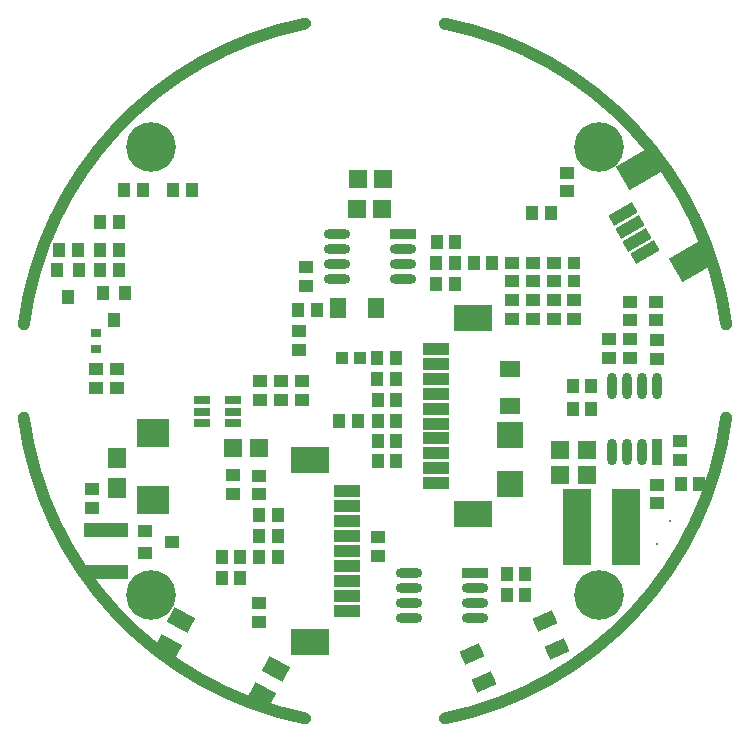
<source format=gbs>
%FSLAX44Y44*%
%MOMM*%
G71*
G01*
G75*
G04 Layer_Color=16711935*
%ADD10R,1.3500X0.3000*%
%ADD11R,1.3500X0.2500*%
%ADD12R,0.5000X1.7000*%
G04:AMPARAMS|DCode=13|XSize=0.32mm|YSize=1.7mm|CornerRadius=0.08mm|HoleSize=0mm|Usage=FLASHONLY|Rotation=0.000|XOffset=0mm|YOffset=0mm|HoleType=Round|Shape=RoundedRectangle|*
%AMROUNDEDRECTD13*
21,1,0.3200,1.5400,0,0,0.0*
21,1,0.1600,1.7000,0,0,0.0*
1,1,0.1600,0.0800,-0.7700*
1,1,0.1600,-0.0800,-0.7700*
1,1,0.1600,-0.0800,0.7700*
1,1,0.1600,0.0800,0.7700*
%
%ADD13ROUNDEDRECTD13*%
G04:AMPARAMS|DCode=14|XSize=1.5mm|YSize=0.8mm|CornerRadius=0mm|HoleSize=0mm|Usage=FLASHONLY|Rotation=330.000|XOffset=0mm|YOffset=0mm|HoleType=Round|Shape=Rectangle|*
%AMROTATEDRECTD14*
4,1,4,-0.8495,0.0286,-0.4495,0.7214,0.8495,-0.0286,0.4495,-0.7214,-0.8495,0.0286,0.0*
%
%ADD14ROTATEDRECTD14*%

G04:AMPARAMS|DCode=15|XSize=1.5mm|YSize=1mm|CornerRadius=0mm|HoleSize=0mm|Usage=FLASHONLY|Rotation=240.000|XOffset=0mm|YOffset=0mm|HoleType=Round|Shape=Rectangle|*
%AMROTATEDRECTD15*
4,1,4,-0.0580,0.8995,0.8080,0.3995,0.0580,-0.8995,-0.8080,-0.3995,-0.0580,0.8995,0.0*
%
%ADD15ROTATEDRECTD15*%

G04:AMPARAMS|DCode=16|XSize=3mm|YSize=2.1mm|CornerRadius=0mm|HoleSize=0mm|Usage=FLASHONLY|Rotation=203.500|XOffset=0mm|YOffset=0mm|HoleType=Round|Shape=Rectangle|*
%AMROTATEDRECTD16*
4,1,4,0.9569,1.5610,1.7943,-0.3648,-0.9569,-1.5610,-1.7943,0.3648,0.9569,1.5610,0.0*
%
%ADD16ROTATEDRECTD16*%

G04:AMPARAMS|DCode=17|XSize=2.1mm|YSize=0.8mm|CornerRadius=0mm|HoleSize=0mm|Usage=FLASHONLY|Rotation=203.500|XOffset=0mm|YOffset=0mm|HoleType=Round|Shape=Rectangle|*
%AMROTATEDRECTD17*
4,1,4,0.8034,0.7855,1.1224,0.0519,-0.8034,-0.7855,-1.1224,-0.0519,0.8034,0.7855,0.0*
%
%ADD17ROTATEDRECTD17*%

G04:AMPARAMS|DCode=18|XSize=1.2954mm|YSize=1.1938mm|CornerRadius=0mm|HoleSize=0mm|Usage=FLASHONLY|Rotation=344.000|XOffset=0mm|YOffset=0mm|HoleType=Round|Shape=Rectangle|*
%AMROTATEDRECTD18*
4,1,4,-0.7871,-0.3952,-0.4581,0.7523,0.7871,0.3952,0.4581,-0.7523,-0.7871,-0.3952,0.0*
%
%ADD18ROTATEDRECTD18*%

G04:AMPARAMS|DCode=19|XSize=1.2954mm|YSize=1.1938mm|CornerRadius=0mm|HoleSize=0mm|Usage=FLASHONLY|Rotation=325.000|XOffset=0mm|YOffset=0mm|HoleType=Round|Shape=Rectangle|*
%AMROTATEDRECTD19*
4,1,4,-0.8729,-0.1175,-0.1882,0.8605,0.8729,0.1175,0.1882,-0.8605,-0.8729,-0.1175,0.0*
%
%ADD19ROTATEDRECTD19*%

%ADD20C,0.6000*%
%ADD21C,0.2540*%
%ADD22C,1.0000*%
%ADD23C,0.4000*%
%ADD24C,0.3000*%
G04:AMPARAMS|DCode=25|XSize=4mm|YSize=4mm|CornerRadius=2mm|HoleSize=0mm|Usage=FLASHONLY|Rotation=0.000|XOffset=0mm|YOffset=0mm|HoleType=Round|Shape=RoundedRectangle|*
%AMROUNDEDRECTD25*
21,1,4.0000,0.0000,0,0,0.0*
21,1,0.0000,4.0000,0,0,0.0*
1,1,4.0000,0.0000,0.0000*
1,1,4.0000,0.0000,0.0000*
1,1,4.0000,0.0000,0.0000*
1,1,4.0000,0.0000,0.0000*
%
%ADD25ROUNDEDRECTD25*%
%ADD26C,0.0254*%
%ADD27C,0.4500*%
G04:AMPARAMS|DCode=28|XSize=3mm|YSize=2.1mm|CornerRadius=0mm|HoleSize=0mm|Usage=FLASHONLY|Rotation=210.000|XOffset=0mm|YOffset=0mm|HoleType=Round|Shape=Rectangle|*
%AMROTATEDRECTD28*
4,1,4,0.7740,1.6593,1.8240,-0.1593,-0.7740,-1.6593,-1.8240,0.1593,0.7740,1.6593,0.0*
%
%ADD28ROTATEDRECTD28*%

G04:AMPARAMS|DCode=29|XSize=2.1mm|YSize=0.8mm|CornerRadius=0mm|HoleSize=0mm|Usage=FLASHONLY|Rotation=210.000|XOffset=0mm|YOffset=0mm|HoleType=Round|Shape=Rectangle|*
%AMROTATEDRECTD29*
4,1,4,0.7093,0.8714,1.1093,0.1786,-0.7093,-0.8714,-1.1093,-0.1786,0.7093,0.8714,0.0*
%
%ADD29ROTATEDRECTD29*%

%ADD30R,0.8890X1.0160*%
%ADD31R,2.1000X0.8000*%
%ADD32R,3.0000X2.1000*%
%ADD33R,1.0160X0.8890*%
%ADD34R,1.3970X1.3970*%
%ADD35R,0.8128X0.8128*%
%ADD36R,1.3970X1.3970*%
%ADD37R,1.2700X0.5080*%
%ADD38R,0.8128X0.8128*%
%ADD39R,2.0320X0.6096*%
%ADD40O,2.0320X0.6096*%
%ADD41R,2.0000X2.0000*%
%ADD42R,0.6096X2.0320*%
%ADD43O,0.6096X2.0320*%
%ADD44R,2.5000X2.2000*%
%ADD45R,1.2954X1.6002*%
%ADD46R,1.2000X1.6000*%
%ADD47R,1.6000X1.2000*%
%ADD48R,2.1500X6.3000*%
G04:AMPARAMS|DCode=49|XSize=1.6mm|YSize=1mm|CornerRadius=0mm|HoleSize=0mm|Usage=FLASHONLY|Rotation=24.000|XOffset=0mm|YOffset=0mm|HoleType=Round|Shape=Rectangle|*
%AMROTATEDRECTD49*
4,1,4,-0.5275,-0.7822,-0.9342,0.1314,0.5275,0.7822,0.9342,-0.1314,-0.5275,-0.7822,0.0*
%
%ADD49ROTATEDRECTD49*%

G04:AMPARAMS|DCode=50|XSize=1.8mm|YSize=1.2mm|CornerRadius=0mm|HoleSize=0mm|Usage=FLASHONLY|Rotation=153.000|XOffset=0mm|YOffset=0mm|HoleType=Round|Shape=Rectangle|*
%AMROTATEDRECTD50*
4,1,4,1.0743,0.1260,0.5295,-0.9432,-1.0743,-0.1260,-0.5295,0.9432,1.0743,0.1260,0.0*
%
%ADD50ROTATEDRECTD50*%

%ADD51R,0.8128X1.0668*%
%ADD52R,0.7000X0.6000*%
%ADD53R,3.5000X1.0000*%
%ADD54R,1.0668X0.8128*%
%ADD55C,0.8000*%
%ADD56C,0.5000*%
%ADD57C,0.1200*%
%ADD58C,0.1000*%
%ADD59C,0.1501*%
%ADD60C,0.1500*%
%ADD61C,0.1250*%
%ADD62R,1.5532X0.5032*%
%ADD63R,1.5532X0.4532*%
%ADD64R,0.7032X1.9032*%
G04:AMPARAMS|DCode=65|XSize=0.5232mm|YSize=1.9032mm|CornerRadius=0.1816mm|HoleSize=0mm|Usage=FLASHONLY|Rotation=0.000|XOffset=0mm|YOffset=0mm|HoleType=Round|Shape=RoundedRectangle|*
%AMROUNDEDRECTD65*
21,1,0.5232,1.5400,0,0,0.0*
21,1,0.1600,1.9032,0,0,0.0*
1,1,0.3632,0.0800,-0.7700*
1,1,0.3632,-0.0800,-0.7700*
1,1,0.3632,-0.0800,0.7700*
1,1,0.3632,0.0800,0.7700*
%
%ADD65ROUNDEDRECTD65*%
G04:AMPARAMS|DCode=66|XSize=1.7032mm|YSize=1.0032mm|CornerRadius=0mm|HoleSize=0mm|Usage=FLASHONLY|Rotation=330.000|XOffset=0mm|YOffset=0mm|HoleType=Round|Shape=Rectangle|*
%AMROTATEDRECTD66*
4,1,4,-0.9883,-0.0086,-0.4867,0.8602,0.9883,0.0086,0.4867,-0.8602,-0.9883,-0.0086,0.0*
%
%ADD66ROTATEDRECTD66*%

G04:AMPARAMS|DCode=67|XSize=1.7032mm|YSize=1.2032mm|CornerRadius=0mm|HoleSize=0mm|Usage=FLASHONLY|Rotation=240.000|XOffset=0mm|YOffset=0mm|HoleType=Round|Shape=Rectangle|*
%AMROTATEDRECTD67*
4,1,4,-0.0952,1.0383,0.9468,0.4367,0.0952,-1.0383,-0.9468,-0.4367,-0.0952,1.0383,0.0*
%
%ADD67ROTATEDRECTD67*%

G04:AMPARAMS|DCode=68|XSize=3.2032mm|YSize=2.3032mm|CornerRadius=0mm|HoleSize=0mm|Usage=FLASHONLY|Rotation=203.500|XOffset=0mm|YOffset=0mm|HoleType=Round|Shape=Rectangle|*
%AMROTATEDRECTD68*
4,1,4,1.0096,1.6947,1.9280,-0.4174,-1.0096,-1.6947,-1.9280,0.4174,1.0096,1.6947,0.0*
%
%ADD68ROTATEDRECTD68*%

G04:AMPARAMS|DCode=69|XSize=2.3032mm|YSize=1.0032mm|CornerRadius=0mm|HoleSize=0mm|Usage=FLASHONLY|Rotation=203.500|XOffset=0mm|YOffset=0mm|HoleType=Round|Shape=Rectangle|*
%AMROTATEDRECTD69*
4,1,4,0.8561,0.9192,1.2561,-0.0008,-0.8561,-0.9192,-1.2561,0.0008,0.8561,0.9192,0.0*
%
%ADD69ROTATEDRECTD69*%

G04:AMPARAMS|DCode=70|XSize=1.4986mm|YSize=1.397mm|CornerRadius=0mm|HoleSize=0mm|Usage=FLASHONLY|Rotation=344.000|XOffset=0mm|YOffset=0mm|HoleType=Round|Shape=Rectangle|*
%AMROTATEDRECTD70*
4,1,4,-0.9128,-0.4649,-0.5277,0.8780,0.9128,0.4649,0.5277,-0.8780,-0.9128,-0.4649,0.0*
%
%ADD70ROTATEDRECTD70*%

G04:AMPARAMS|DCode=71|XSize=1.4986mm|YSize=1.397mm|CornerRadius=0mm|HoleSize=0mm|Usage=FLASHONLY|Rotation=325.000|XOffset=0mm|YOffset=0mm|HoleType=Round|Shape=Rectangle|*
%AMROTATEDRECTD71*
4,1,4,-1.0144,-0.1424,-0.2132,1.0020,1.0144,0.1424,0.2132,-1.0020,-1.0144,-0.1424,0.0*
%
%ADD71ROTATEDRECTD71*%

G04:AMPARAMS|DCode=72|XSize=4.2032mm|YSize=4.2032mm|CornerRadius=2.1016mm|HoleSize=0mm|Usage=FLASHONLY|Rotation=0.000|XOffset=0mm|YOffset=0mm|HoleType=Round|Shape=RoundedRectangle|*
%AMROUNDEDRECTD72*
21,1,4.2032,0.0000,0,0,0.0*
21,1,0.0000,4.2032,0,0,0.0*
1,1,4.2032,0.0000,0.0000*
1,1,4.2032,0.0000,0.0000*
1,1,4.2032,0.0000,0.0000*
1,1,4.2032,0.0000,0.0000*
%
%ADD72ROUNDEDRECTD72*%
%ADD73C,0.2286*%
G04:AMPARAMS|DCode=74|XSize=3.2032mm|YSize=2.3032mm|CornerRadius=0mm|HoleSize=0mm|Usage=FLASHONLY|Rotation=210.000|XOffset=0mm|YOffset=0mm|HoleType=Round|Shape=Rectangle|*
%AMROTATEDRECTD74*
4,1,4,0.8112,1.7981,1.9628,-0.1965,-0.8112,-1.7981,-1.9628,0.1965,0.8112,1.7981,0.0*
%
%ADD74ROTATEDRECTD74*%

G04:AMPARAMS|DCode=75|XSize=2.3032mm|YSize=1.0032mm|CornerRadius=0mm|HoleSize=0mm|Usage=FLASHONLY|Rotation=210.000|XOffset=0mm|YOffset=0mm|HoleType=Round|Shape=Rectangle|*
%AMROTATEDRECTD75*
4,1,4,0.7465,1.0102,1.2481,0.1414,-0.7465,-1.0102,-1.2481,-0.1414,0.7465,1.0102,0.0*
%
%ADD75ROTATEDRECTD75*%

%ADD76R,1.0922X1.2192*%
%ADD77R,2.3032X1.0032*%
%ADD78R,3.2032X2.3032*%
%ADD79R,1.2192X1.0922*%
%ADD80R,1.6002X1.6002*%
%ADD81R,1.0160X1.0160*%
%ADD82R,1.6002X1.6002*%
%ADD83R,1.4732X0.7112*%
%ADD84R,1.0160X1.0160*%
%ADD85R,2.2352X0.8128*%
%ADD86O,2.2352X0.8128*%
%ADD87R,2.2032X2.2032*%
%ADD88R,0.8128X2.2352*%
%ADD89O,0.8128X2.2352*%
%ADD90R,2.7032X2.4032*%
%ADD91R,1.4986X1.8034*%
%ADD92R,1.4032X1.8032*%
%ADD93R,1.8032X1.4032*%
%ADD94R,2.3532X6.5032*%
G04:AMPARAMS|DCode=95|XSize=1.8032mm|YSize=1.2032mm|CornerRadius=0mm|HoleSize=0mm|Usage=FLASHONLY|Rotation=24.000|XOffset=0mm|YOffset=0mm|HoleType=Round|Shape=Rectangle|*
%AMROTATEDRECTD95*
4,1,4,-0.5790,-0.9163,-1.0683,0.1829,0.5790,0.9163,1.0683,-0.1829,-0.5790,-0.9163,0.0*
%
%ADD95ROTATEDRECTD95*%

G04:AMPARAMS|DCode=96|XSize=2.0032mm|YSize=1.4032mm|CornerRadius=0mm|HoleSize=0mm|Usage=FLASHONLY|Rotation=153.000|XOffset=0mm|YOffset=0mm|HoleType=Round|Shape=Rectangle|*
%AMROTATEDRECTD96*
4,1,4,1.2109,0.1704,0.5739,-1.0798,-1.2109,-0.1704,-0.5739,1.0798,1.2109,0.1704,0.0*
%
%ADD96ROTATEDRECTD96*%

%ADD97R,1.0160X1.2700*%
%ADD98R,0.9032X0.8032*%
%ADD99R,3.7032X1.2032*%
%ADD100R,1.2700X1.0160*%
D22*
X-59189Y294103D02*
G03*
X-297380Y39563I59189J-294103D01*
G01*
X297385Y39521D02*
G03*
X59128Y294116I-297385J-39521D01*
G01*
X-297380Y-39563D02*
G03*
X-59128Y-294116I297380J39563D01*
G01*
X59097Y-294122D02*
G03*
X297407Y-39355I-59097J294122D01*
G01*
D72*
X-190000Y-190000D02*
D03*
X190000D02*
D03*
Y190000D02*
D03*
X-190000D02*
D03*
D73*
X249558Y-126917D02*
D03*
X238458Y-146143D02*
D03*
D74*
X223333Y171181D02*
D03*
X268333Y93239D02*
D03*
D75*
X228362Y100472D02*
D03*
X222112Y111297D02*
D03*
X215862Y122123D02*
D03*
X209612Y132948D02*
D03*
D76*
X-129921Y-175260D02*
D03*
X-113919D02*
D03*
Y-157480D02*
D03*
X-129921D02*
D03*
X-98171Y-121920D02*
D03*
X-82169D02*
D03*
X-98171Y-157480D02*
D03*
X-82169D02*
D03*
X-98171Y-139700D02*
D03*
X-82169D02*
D03*
X18161Y-76200D02*
D03*
X2159D02*
D03*
X-30713Y-41910D02*
D03*
X-14711D02*
D03*
X18161D02*
D03*
X2159D02*
D03*
X18161Y-24130D02*
D03*
X2159D02*
D03*
X18161Y-59050D02*
D03*
X2159D02*
D03*
X111379Y-189230D02*
D03*
X127381D02*
D03*
X1619Y-6450D02*
D03*
X17621D02*
D03*
X83439Y91440D02*
D03*
X99441D02*
D03*
X68001D02*
D03*
X51999D02*
D03*
X68001Y73660D02*
D03*
X51999D02*
D03*
X68115Y109220D02*
D03*
X52113D02*
D03*
X-49149Y52070D02*
D03*
X-65151D02*
D03*
X-232791Y126230D02*
D03*
X-216789D02*
D03*
X17421Y11430D02*
D03*
X1419D02*
D03*
X274701Y-95250D02*
D03*
X258699D02*
D03*
X-196850Y153670D02*
D03*
X-212852D02*
D03*
X-216789Y85738D02*
D03*
X-232791D02*
D03*
X167259Y-31750D02*
D03*
X183261D02*
D03*
X-216789Y102870D02*
D03*
X-232791D02*
D03*
X-251871D02*
D03*
X-267873D02*
D03*
X111379Y-171450D02*
D03*
X127381D02*
D03*
X148971Y133500D02*
D03*
X132969D02*
D03*
X167259Y-12700D02*
D03*
X183261D02*
D03*
X-170744Y153670D02*
D03*
X-154741D02*
D03*
D77*
X52000Y18950D02*
D03*
Y6250D02*
D03*
Y-69750D02*
D03*
Y-31850D02*
D03*
Y-44550D02*
D03*
Y-57050D02*
D03*
Y-19150D02*
D03*
Y-6450D02*
D03*
Y-82450D02*
D03*
Y-95150D02*
D03*
X-23870Y-203100D02*
D03*
Y-101700D02*
D03*
Y-114400D02*
D03*
Y-190400D02*
D03*
Y-177700D02*
D03*
Y-139800D02*
D03*
Y-152300D02*
D03*
Y-165000D02*
D03*
Y-127100D02*
D03*
D78*
X83000Y45000D02*
D03*
Y-121200D02*
D03*
X-54870Y-229150D02*
D03*
Y-75650D02*
D03*
D79*
X215900Y58801D02*
D03*
Y42799D02*
D03*
X115570Y44069D02*
D03*
Y60071D02*
D03*
X168341Y44069D02*
D03*
Y60071D02*
D03*
X151130Y75819D02*
D03*
Y91821D02*
D03*
X133350Y60071D02*
D03*
Y44069D02*
D03*
X-120350Y-103931D02*
D03*
Y-87929D02*
D03*
X-97790Y-8509D02*
D03*
Y-24511D02*
D03*
X-64770Y17789D02*
D03*
Y33791D02*
D03*
X238760Y-112141D02*
D03*
Y-96139D02*
D03*
X238552Y26251D02*
D03*
Y10249D02*
D03*
X-240030Y-99949D02*
D03*
Y-115951D02*
D03*
X133350Y75819D02*
D03*
Y91821D02*
D03*
X115570D02*
D03*
Y75819D02*
D03*
X151130Y44069D02*
D03*
Y60071D02*
D03*
X-62230Y-24511D02*
D03*
Y-8509D02*
D03*
X-80010Y-24511D02*
D03*
Y-8509D02*
D03*
X-218440Y-14351D02*
D03*
Y1651D02*
D03*
X237490Y58801D02*
D03*
Y42799D02*
D03*
X-98171Y-196469D02*
D03*
Y-212471D02*
D03*
X-236220Y-14351D02*
D03*
Y1651D02*
D03*
X258134Y-75305D02*
D03*
Y-59303D02*
D03*
X162560Y152019D02*
D03*
Y168021D02*
D03*
X215753Y27051D02*
D03*
Y11049D02*
D03*
X198120Y27051D02*
D03*
Y11049D02*
D03*
X2540Y-140589D02*
D03*
Y-156591D02*
D03*
X-98171Y-104521D02*
D03*
Y-88519D02*
D03*
X-58420Y72009D02*
D03*
Y88011D02*
D03*
D80*
X156210Y-66675D02*
D03*
Y-88265D02*
D03*
X179070Y-66675D02*
D03*
Y-88265D02*
D03*
D81*
X168341Y91440D02*
D03*
Y76200D02*
D03*
D82*
X-120015Y-64770D02*
D03*
X-98425D02*
D03*
X-15265Y137160D02*
D03*
X6326D02*
D03*
X-14605Y162560D02*
D03*
X6985D02*
D03*
D83*
X-120350Y-43790D02*
D03*
Y-34290D02*
D03*
Y-24790D02*
D03*
X-146350D02*
D03*
Y-34290D02*
D03*
Y-43790D02*
D03*
D84*
X-27940Y11430D02*
D03*
X-12700D02*
D03*
D85*
X23990Y115911D02*
D03*
X84950Y-170609D02*
D03*
D86*
X23990Y103210D02*
D03*
Y90511D02*
D03*
Y77811D02*
D03*
X-31890D02*
D03*
Y90511D02*
D03*
Y103210D02*
D03*
Y115911D02*
D03*
X84950Y-183309D02*
D03*
Y-196010D02*
D03*
Y-208710D02*
D03*
X29070D02*
D03*
Y-196010D02*
D03*
Y-183309D02*
D03*
Y-170609D02*
D03*
D87*
X114300Y-53930D02*
D03*
Y-95930D02*
D03*
D88*
X239100Y-68440D02*
D03*
D89*
X226401D02*
D03*
X213701D02*
D03*
X201000D02*
D03*
Y-12560D02*
D03*
X213701D02*
D03*
X226401D02*
D03*
X239100D02*
D03*
D90*
X-187960Y-109070D02*
D03*
Y-52070D02*
D03*
D91*
X-218440Y-99060D02*
D03*
Y-73660D02*
D03*
D92*
X760Y53340D02*
D03*
X-31240D02*
D03*
D93*
X114600Y-29970D02*
D03*
Y2030D02*
D03*
D94*
X212520Y-132080D02*
D03*
X171020D02*
D03*
D95*
X154336Y-235263D02*
D03*
X144005Y-212059D02*
D03*
X81884Y-239717D02*
D03*
X92215Y-262921D02*
D03*
D96*
X-83907Y-251882D02*
D03*
X-95438Y-274514D02*
D03*
X-175629Y-233655D02*
D03*
X-164098Y-211023D02*
D03*
D97*
X-221031Y43218D02*
D03*
X-211493Y66154D02*
D03*
X-230569D02*
D03*
X-259923Y62268D02*
D03*
X-250385Y85204D02*
D03*
X-269461D02*
D03*
D98*
X-236220Y32500D02*
D03*
Y18300D02*
D03*
D99*
X-227510Y-170180D02*
D03*
Y-134180D02*
D03*
D100*
X-171488Y-144831D02*
D03*
X-194424Y-135293D02*
D03*
Y-154368D02*
D03*
M02*

</source>
